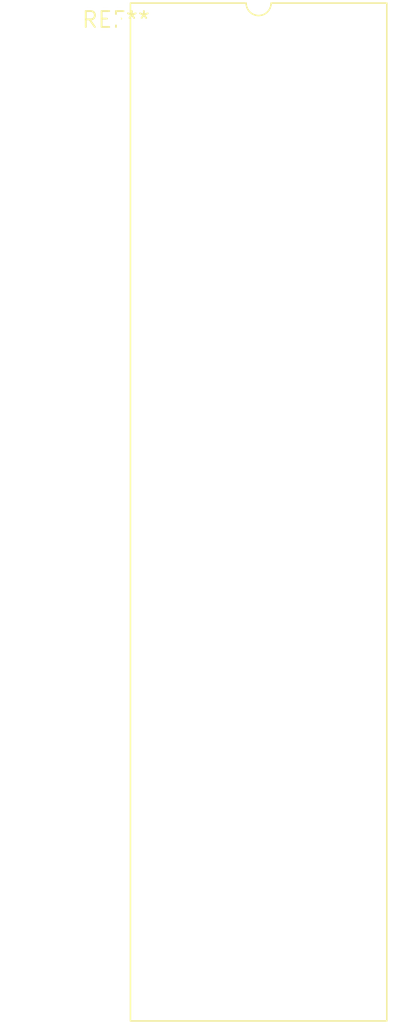
<source format=kicad_pcb>
(kicad_pcb (version 20240108) (generator pcbnew)
  (layers (0 "F.Cu" signal) (31 "B.Cu" signal) (34 "B.Paste" user) (35 "F.Paste" user) (36 "B.SilkS" user "B.Silkscreen") (37 "F.SilkS" user "F.Silkscreen") (38 "B.Mask" user) (39 "F.Mask" user) (44 "Edge.Cuts" user))
  (net 0 "")
  (footprint "DIP-64_W22.86mm" (layer "F.Cu") (at 0 0)
    (property "Reference" "REF**")
    (property "Value" "DIP-64_W22.86mm")
    (fp_line (start 1.16 -1.33) (end 1.16 80.07) (layer "F.SilkS") (stroke (width 0.12)))
    (fp_line (start 1.16 80.07) (end 21.7 80.07) (layer "F.SilkS") (stroke (width 0.12)))
    (fp_line (start 10.43 -1.33) (end 1.16 -1.33) (layer "F.SilkS") (stroke (width 0.12)))
    (fp_line (start 21.7 -1.33) (end 12.43 -1.33) (layer "F.SilkS") (stroke (width 0.12)))
    (fp_line (start 21.7 80.07) (end 21.7 -1.33) (layer "F.SilkS") (stroke (width 0.12)))
    (fp_arc (start 12.43 -1.33) (mid 11.43 -0.33) (end 10.43 -1.33) (layer "F.SilkS") (stroke (width 0.12)))
    (pad "1" thru_hole rect (at 0 0) (size 1.6 1.6) (drill 0.8) (layers *.Cu *.Mask) (remove_unused_layers))
    (pad "2" thru_hole oval (at 0 2.54) (size 1.6 1.6) (drill 0.8) (layers *.Cu *.Mask) (remove_unused_layers))
    (pad "3" thru_hole oval (at 0 5.08) (size 1.6 1.6) (drill 0.8) (layers *.Cu *.Mask) (remove_unused_layers))
    (pad "4" thru_hole oval (at 0 7.62) (size 1.6 1.6) (drill 0.8) (layers *.Cu *.Mask) (remove_unused_layers))
    (pad "5" thru_hole oval (at 0 10.16) (size 1.6 1.6) (drill 0.8) (layers *.Cu *.Mask) (remove_unused_layers))
    (pad "6" thru_hole oval (at 0 12.7) (size 1.6 1.6) (drill 0.8) (layers *.Cu *.Mask) (remove_unused_layers))
    (pad "7" thru_hole oval (at 0 15.24) (size 1.6 1.6) (drill 0.8) (layers *.Cu *.Mask) (remove_unused_layers))
    (pad "8" thru_hole oval (at 0 17.78) (size 1.6 1.6) (drill 0.8) (layers *.Cu *.Mask) (remove_unused_layers))
    (pad "9" thru_hole oval (at 0 20.32) (size 1.6 1.6) (drill 0.8) (layers *.Cu *.Mask) (remove_unused_layers))
    (pad "10" thru_hole oval (at 0 22.86) (size 1.6 1.6) (drill 0.8) (layers *.Cu *.Mask) (remove_unused_layers))
    (pad "11" thru_hole oval (at 0 25.4) (size 1.6 1.6) (drill 0.8) (layers *.Cu *.Mask) (remove_unused_layers))
    (pad "12" thru_hole oval (at 0 27.94) (size 1.6 1.6) (drill 0.8) (layers *.Cu *.Mask) (remove_unused_layers))
    (pad "13" thru_hole oval (at 0 30.48) (size 1.6 1.6) (drill 0.8) (layers *.Cu *.Mask) (remove_unused_layers))
    (pad "14" thru_hole oval (at 0 33.02) (size 1.6 1.6) (drill 0.8) (layers *.Cu *.Mask) (remove_unused_layers))
    (pad "15" thru_hole oval (at 0 35.56) (size 1.6 1.6) (drill 0.8) (layers *.Cu *.Mask) (remove_unused_layers))
    (pad "16" thru_hole oval (at 0 38.1) (size 1.6 1.6) (drill 0.8) (layers *.Cu *.Mask) (remove_unused_layers))
    (pad "17" thru_hole oval (at 0 40.64) (size 1.6 1.6) (drill 0.8) (layers *.Cu *.Mask) (remove_unused_layers))
    (pad "18" thru_hole oval (at 0 43.18) (size 1.6 1.6) (drill 0.8) (layers *.Cu *.Mask) (remove_unused_layers))
    (pad "19" thru_hole oval (at 0 45.72) (size 1.6 1.6) (drill 0.8) (layers *.Cu *.Mask) (remove_unused_layers))
    (pad "20" thru_hole oval (at 0 48.26) (size 1.6 1.6) (drill 0.8) (layers *.Cu *.Mask) (remove_unused_layers))
    (pad "21" thru_hole oval (at 0 50.8) (size 1.6 1.6) (drill 0.8) (layers *.Cu *.Mask) (remove_unused_layers))
    (pad "22" thru_hole oval (at 0 53.34) (size 1.6 1.6) (drill 0.8) (layers *.Cu *.Mask) (remove_unused_layers))
    (pad "23" thru_hole oval (at 0 55.88) (size 1.6 1.6) (drill 0.8) (layers *.Cu *.Mask) (remove_unused_layers))
    (pad "24" thru_hole oval (at 0 58.42) (size 1.6 1.6) (drill 0.8) (layers *.Cu *.Mask) (remove_unused_layers))
    (pad "25" thru_hole oval (at 0 60.96) (size 1.6 1.6) (drill 0.8) (layers *.Cu *.Mask) (remove_unused_layers))
    (pad "26" thru_hole oval (at 0 63.5) (size 1.6 1.6) (drill 0.8) (layers *.Cu *.Mask) (remove_unused_layers))
    (pad "27" thru_hole oval (at 0 66.04) (size 1.6 1.6) (drill 0.8) (layers *.Cu *.Mask) (remove_unused_layers))
    (pad "28" thru_hole oval (at 0 68.58) (size 1.6 1.6) (drill 0.8) (layers *.Cu *.Mask) (remove_unused_layers))
    (pad "29" thru_hole oval (at 0 71.12) (size 1.6 1.6) (drill 0.8) (layers *.Cu *.Mask) (remove_unused_layers))
    (pad "30" thru_hole oval (at 0 73.66) (size 1.6 1.6) (drill 0.8) (layers *.Cu *.Mask) (remove_unused_layers))
    (pad "31" thru_hole oval (at 0 76.2) (size 1.6 1.6) (drill 0.8) (layers *.Cu *.Mask) (remove_unused_layers))
    (pad "32" thru_hole oval (at 0 78.74) (size 1.6 1.6) (drill 0.8) (layers *.Cu *.Mask) (remove_unused_layers))
    (pad "33" thru_hole oval (at 22.86 78.74) (size 1.6 1.6) (drill 0.8) (layers *.Cu *.Mask) (remove_unused_layers))
    (pad "34" thru_hole oval (at 22.86 76.2) (size 1.6 1.6) (drill 0.8) (layers *.Cu *.Mask) (remove_unused_layers))
    (pad "35" thru_hole oval (at 22.86 73.66) (size 1.6 1.6) (drill 0.8) (layers *.Cu *.Mask) (remove_unused_layers))
    (pad "36" thru_hole oval (at 22.86 71.12) (size 1.6 1.6) (drill 0.8) (layers *.Cu *.Mask) (remove_unused_layers))
    (pad "37" thru_hole oval (at 22.86 68.58) (size 1.6 1.6) (drill 0.8) (layers *.Cu *.Mask) (remove_unused_layers))
    (pad "38" thru_hole oval (at 22.86 66.04) (size 1.6 1.6) (drill 0.8) (layers *.Cu *.Mask) (remove_unused_layers))
    (pad "39" thru_hole oval (at 22.86 63.5) (size 1.6 1.6) (drill 0.8) (layers *.Cu *.Mask) (remove_unused_layers))
    (pad "40" thru_hole oval (at 22.86 60.96) (size 1.6 1.6) (drill 0.8) (layers *.Cu *.Mask) (remove_unused_layers))
    (pad "41" thru_hole oval (at 22.86 58.42) (size 1.6 1.6) (drill 0.8) (layers *.Cu *.Mask) (remove_unused_layers))
    (pad "42" thru_hole oval (at 22.86 55.88) (size 1.6 1.6) (drill 0.8) (layers *.Cu *.Mask) (remove_unused_layers))
    (pad "43" thru_hole oval (at 22.86 53.34) (size 1.6 1.6) (drill 0.8) (layers *.Cu *.Mask) (remove_unused_layers))
    (pad "44" thru_hole oval (at 22.86 50.8) (size 1.6 1.6) (drill 0.8) (layers *.Cu *.Mask) (remove_unused_layers))
    (pad "45" thru_hole oval (at 22.86 48.26) (size 1.6 1.6) (drill 0.8) (layers *.Cu *.Mask) (remove_unused_layers))
    (pad "46" thru_hole oval (at 22.86 45.72) (size 1.6 1.6) (drill 0.8) (layers *.Cu *.Mask) (remove_unused_layers))
    (pad "47" thru_hole oval (at 22.86 43.18) (size 1.6 1.6) (drill 0.8) (layers *.Cu *.Mask) (remove_unused_layers))
    (pad "48" thru_hole oval (at 22.86 40.64) (size 1.6 1.6) (drill 0.8) (layers *.Cu *.Mask) (remove_unused_layers))
    (pad "49" thru_hole oval (at 22.86 38.1) (size 1.6 1.6) (drill 0.8) (layers *.Cu *.Mask) (remove_unused_layers))
    (pad "50" thru_hole oval (at 22.86 35.56) (size 1.6 1.6) (drill 0.8) (layers *.Cu *.Mask) (remove_unused_layers))
    (pad "51" thru_hole oval (at 22.86 33.02) (size 1.6 1.6) (drill 0.8) (layers *.Cu *.Mask) (remove_unused_layers))
    (pad "52" thru_hole oval (at 22.86 30.48) (size 1.6 1.6) (drill 0.8) (layers *.Cu *.Mask) (remove_unused_layers))
    (pad "53" thru_hole oval (at 22.86 27.94) (size 1.6 1.6) (drill 0.8) (layers *.Cu *.Mask) (remove_unused_layers))
    (pad "54" thru_hole oval (at 22.86 25.4) (size 1.6 1.6) (drill 0.8) (layers *.Cu *.Mask) (remove_unused_layers))
    (pad "55" thru_hole oval (at 22.86 22.86) (size 1.6 1.6) (drill 0.8) (layers *.Cu *.Mask) (remove_unused_layers))
    (pad "56" thru_hole oval (at 22.86 20.32) (size 1.6 1.6) (drill 0.8) (layers *.Cu *.Mask) (remove_unused_layers))
    (pad "57" thru_hole oval (at 22.86 17.78) (size 1.6 1.6) (drill 0.8) (layers *.Cu *.Mask) (remove_unused_layers))
    (pad "58" thru_hole oval (at 22.86 15.24) (size 1.6 1.6) (drill 0.8) (layers *.Cu *.Mask) (remove_unused_layers))
    (pad "59" thru_hole oval (at 22.86 12.7) (size 1.6 1.6) (drill 0.8) (layers *.Cu *.Mask) (remove_unused_layers))
    (pad "60" thru_hole oval (at 22.86 10.16) (size 1.6 1.6) (drill 0.8) (layers *.Cu *.Mask) (remove_unused_layers))
    (pad "61" thru_hole oval (at 22.86 7.62) (size 1.6 1.6) (drill 0.8) (layers *.Cu *.Mask) (remove_unused_layers))
    (pad "62" thru_hole oval (at 22.86 5.08) (size 1.6 1.6) (drill 0.8) (layers *.Cu *.Mask) (remove_unused_layers))
    (pad "63" thru_hole oval (at 22.86 2.54) (size 1.6 1.6) (drill 0.8) (layers *.Cu *.Mask) (remove_unused_layers))
    (pad "64" thru_hole oval (at 22.86 0) (size 1.6 1.6) (drill 0.8) (layers *.Cu *.Mask) (remove_unused_layers))
  )
)
</source>
